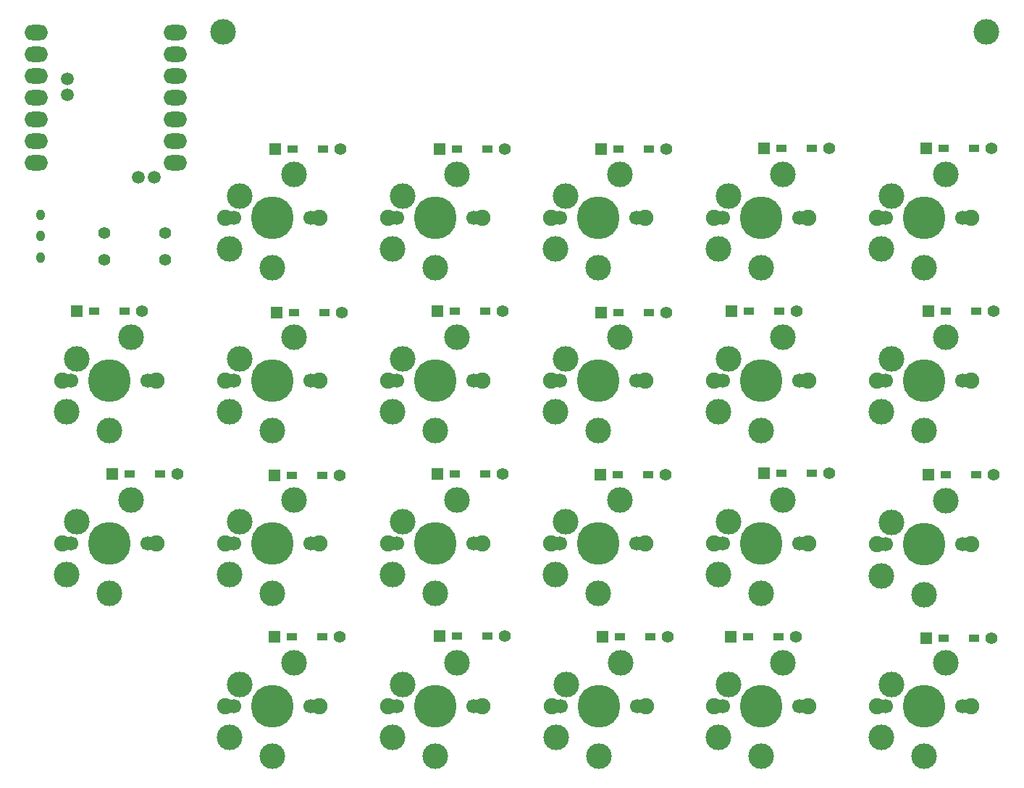
<source format=gbr>
%TF.GenerationSoftware,KiCad,Pcbnew,8.0.7*%
%TF.CreationDate,2025-02-20T17:21:25+09:00*%
%TF.ProjectId,cool642az1uball_R,636f6f6c-3634-4326-917a-317562616c6c,rev?*%
%TF.SameCoordinates,Original*%
%TF.FileFunction,Soldermask,Top*%
%TF.FilePolarity,Negative*%
%FSLAX46Y46*%
G04 Gerber Fmt 4.6, Leading zero omitted, Abs format (unit mm)*
G04 Created by KiCad (PCBNEW 8.0.7) date 2025-02-20 17:21:25*
%MOMM*%
%LPD*%
G01*
G04 APERTURE LIST*
%ADD10R,1.397000X1.397000*%
%ADD11R,1.300000X0.950000*%
%ADD12C,1.397000*%
%ADD13C,1.900000*%
%ADD14C,1.700000*%
%ADD15C,3.000000*%
%ADD16C,5.000000*%
%ADD17O,1.000000X1.300000*%
%ADD18O,2.750000X1.800000*%
%ADD19C,1.500000*%
G04 APERTURE END LIST*
D10*
%TO.C,D7*%
X19340000Y-30010000D03*
D11*
X21375000Y-30010000D03*
X24925000Y-30010000D03*
D12*
X26960000Y-30010000D03*
%TD*%
D10*
%TO.C,D11*%
X38370000Y-30100000D03*
D11*
X40405000Y-30100000D03*
X43955000Y-30100000D03*
D12*
X45990000Y-30100000D03*
%TD*%
D13*
%TO.C,SW1*%
X-5500000Y0D03*
D14*
X-5080000Y0D03*
D15*
X-5000000Y-3700000D03*
D14*
X-4500000Y0D03*
D15*
X-3810000Y2540000D03*
D16*
X0Y0D03*
D15*
X0Y-5900000D03*
X2540000Y5080000D03*
D14*
X4500000Y0D03*
X5080000Y0D03*
D13*
X5500000Y0D03*
%TD*%
D10*
%TO.C,D20*%
X76510000Y-49200000D03*
D11*
X78545000Y-49200000D03*
X82095000Y-49200000D03*
D12*
X84130000Y-49200000D03*
%TD*%
D13*
%TO.C,SW8*%
X-24550000Y-38100000D03*
D14*
X-24130000Y-38100000D03*
D15*
X-24050000Y-41800000D03*
D14*
X-23550000Y-38100000D03*
D15*
X-22860000Y-35560000D03*
D16*
X-19050000Y-38100000D03*
D15*
X-19050000Y-44000000D03*
X-16510000Y-33020000D03*
D14*
X-14550000Y-38100000D03*
X-13970000Y-38100000D03*
D13*
X-13550000Y-38100000D03*
%TD*%
D10*
%TO.C,D13*%
X57500000Y8140000D03*
D11*
X59535000Y8140000D03*
X63085000Y8140000D03*
D12*
X65120000Y8140000D03*
%TD*%
D13*
%TO.C,SW16*%
X13550000Y-57150000D03*
D14*
X13970000Y-57150000D03*
D15*
X14050000Y-60850000D03*
D14*
X14550000Y-57150000D03*
D15*
X15240000Y-54610000D03*
D16*
X19050000Y-57150000D03*
D15*
X19050000Y-63050000D03*
X21590000Y-52070000D03*
D14*
X23550000Y-57150000D03*
X24130000Y-57150000D03*
D13*
X24550000Y-57150000D03*
%TD*%
D17*
%TO.C,SW21*%
X-27070000Y-4670000D03*
X-27070000Y-2170000D03*
X-27070000Y330000D03*
%TD*%
D13*
%TO.C,SW13*%
X51650000Y0D03*
D14*
X52070000Y0D03*
D15*
X52150000Y-3700000D03*
D14*
X52650000Y0D03*
D15*
X53340000Y2540000D03*
D16*
X57150000Y0D03*
D15*
X57150000Y-5900000D03*
X59690000Y5080000D03*
D14*
X61650000Y0D03*
X62230000Y0D03*
D13*
X62650000Y0D03*
%TD*%
D10*
%TO.C,D15*%
X57500000Y-29950000D03*
D11*
X59535000Y-29950000D03*
X63085000Y-29950000D03*
D12*
X65120000Y-29950000D03*
%TD*%
D10*
%TO.C,D1*%
X350000Y8000000D03*
D11*
X2385000Y8000000D03*
X5935000Y8000000D03*
D12*
X7970000Y8000000D03*
%TD*%
D10*
%TO.C,D9*%
X38490000Y8000000D03*
D11*
X40525000Y8000000D03*
X44075000Y8000000D03*
D12*
X46110000Y8000000D03*
%TD*%
D10*
%TO.C,D17*%
X76480000Y8060000D03*
D11*
X78515000Y8060000D03*
X82065000Y8060000D03*
D12*
X84100000Y8060000D03*
%TD*%
D10*
%TO.C,D4*%
X-22850000Y-10950000D03*
D11*
X-20815000Y-10950000D03*
X-17265000Y-10950000D03*
D12*
X-15230000Y-10950000D03*
%TD*%
%TO.C,R1*%
X-19632000Y-1788480D03*
X-12520000Y-1788480D03*
%TD*%
D10*
%TO.C,D16*%
X19570000Y-48970000D03*
D11*
X21605000Y-48970000D03*
X25155000Y-48970000D03*
D12*
X27190000Y-48970000D03*
%TD*%
D10*
%TO.C,D21*%
X38660000Y-49030000D03*
D11*
X40695000Y-49030000D03*
X44245000Y-49030000D03*
D12*
X46280000Y-49030000D03*
%TD*%
D13*
%TO.C,SW17*%
X70700000Y0D03*
D14*
X71120000Y0D03*
D15*
X71200000Y-3700000D03*
D14*
X71700000Y0D03*
D15*
X72390000Y2540000D03*
D16*
X76200000Y0D03*
D15*
X76200000Y-5900000D03*
X78740000Y5080000D03*
D14*
X80700000Y0D03*
X81280000Y0D03*
D13*
X81700000Y0D03*
%TD*%
D10*
%TO.C,D3*%
X295000Y-30130000D03*
D11*
X2330000Y-30130000D03*
X5880000Y-30130000D03*
D12*
X7915000Y-30130000D03*
%TD*%
D10*
%TO.C,D19*%
X76740000Y-30110000D03*
D11*
X78775000Y-30110000D03*
X82325000Y-30110000D03*
D12*
X84360000Y-30110000D03*
%TD*%
D13*
%TO.C,SW11*%
X32600000Y-38100000D03*
D14*
X33020000Y-38100000D03*
D15*
X33100000Y-41800000D03*
D14*
X33600000Y-38100000D03*
D15*
X34290000Y-35560000D03*
D16*
X38100000Y-38100000D03*
D15*
X38100000Y-44000000D03*
X40640000Y-33020000D03*
D14*
X42600000Y-38100000D03*
X43180000Y-38100000D03*
D13*
X43600000Y-38100000D03*
%TD*%
%TO.C,SW23*%
X51650000Y-57150000D03*
D14*
X52070000Y-57150000D03*
D15*
X52150000Y-60850000D03*
D14*
X52650000Y-57150000D03*
D15*
X53340000Y-54610000D03*
D16*
X57150000Y-57150000D03*
D15*
X57150000Y-63050000D03*
X59690000Y-52070000D03*
D14*
X61650000Y-57150000D03*
X62230000Y-57150000D03*
D13*
X62650000Y-57150000D03*
%TD*%
%TO.C,SW12*%
X-5500000Y-57150000D03*
D14*
X-5080000Y-57150000D03*
D15*
X-5000000Y-60850000D03*
D14*
X-4500000Y-57150000D03*
D15*
X-3810000Y-54610000D03*
D16*
X0Y-57150000D03*
D15*
X0Y-63050000D03*
X2540000Y-52070000D03*
D14*
X4500000Y-57150000D03*
X5080000Y-57150000D03*
D13*
X5500000Y-57150000D03*
%TD*%
%TO.C,SW19*%
X70700000Y-38200000D03*
D14*
X71120000Y-38200000D03*
D15*
X71200000Y-41900000D03*
D14*
X71700000Y-38200000D03*
D15*
X72390000Y-35660000D03*
D16*
X76200000Y-38200000D03*
D15*
X76200000Y-44100000D03*
X78740000Y-33120000D03*
D14*
X80700000Y-38200000D03*
X81280000Y-38200000D03*
D13*
X81700000Y-38200000D03*
%TD*%
%TO.C,SW20*%
X70700000Y-57150000D03*
D14*
X71120000Y-57150000D03*
D15*
X71200000Y-60850000D03*
D14*
X71700000Y-57150000D03*
D15*
X72390000Y-54610000D03*
D16*
X76200000Y-57150000D03*
D15*
X76200000Y-63050000D03*
X78740000Y-52070000D03*
D14*
X80700000Y-57150000D03*
X81280000Y-57150000D03*
D13*
X81700000Y-57150000D03*
%TD*%
D10*
%TO.C,D10*%
X38430000Y-11150000D03*
D11*
X40465000Y-11150000D03*
X44015000Y-11150000D03*
D12*
X46050000Y-11150000D03*
%TD*%
%TO.C,R2*%
X-19632000Y-4940000D03*
X-12520000Y-4940000D03*
%TD*%
D13*
%TO.C,SW7*%
X13550000Y-38100000D03*
D14*
X13970000Y-38100000D03*
D15*
X14050000Y-41800000D03*
D14*
X14550000Y-38100000D03*
D15*
X15240000Y-35560000D03*
D16*
X19050000Y-38100000D03*
D15*
X19050000Y-44000000D03*
X21590000Y-33020000D03*
D14*
X23550000Y-38100000D03*
X24130000Y-38100000D03*
D13*
X24550000Y-38100000D03*
%TD*%
D10*
%TO.C,D22*%
X53590000Y-49060000D03*
D11*
X55625000Y-49060000D03*
X59175000Y-49060000D03*
D12*
X61210000Y-49060000D03*
%TD*%
D13*
%TO.C,SW10*%
X32600000Y-19050000D03*
D14*
X33020000Y-19050000D03*
D15*
X33100000Y-22750000D03*
D14*
X33600000Y-19050000D03*
D15*
X34290000Y-16510000D03*
D16*
X38100000Y-19050000D03*
D15*
X38100000Y-24950000D03*
X40640000Y-13970000D03*
D14*
X42600000Y-19050000D03*
X43180000Y-19050000D03*
D13*
X43600000Y-19050000D03*
%TD*%
D10*
%TO.C,D2*%
X500000Y-11080000D03*
D11*
X2535000Y-11080000D03*
X6085000Y-11080000D03*
D12*
X8120000Y-11080000D03*
%TD*%
D10*
%TO.C,D6*%
X19340000Y-10980000D03*
D11*
X21375000Y-10980000D03*
X24925000Y-10980000D03*
D12*
X26960000Y-10980000D03*
%TD*%
D13*
%TO.C,SW5*%
X13550000Y0D03*
D14*
X13970000Y0D03*
D15*
X14050000Y-3700000D03*
D14*
X14550000Y0D03*
D15*
X15240000Y2540000D03*
D16*
X19050000Y0D03*
D15*
X19050000Y-5900000D03*
X21590000Y5080000D03*
D14*
X23550000Y0D03*
X24130000Y0D03*
D13*
X24550000Y0D03*
%TD*%
%TO.C,SW6*%
X13550000Y-19050000D03*
D14*
X13970000Y-19050000D03*
D15*
X14050000Y-22750000D03*
D14*
X14550000Y-19050000D03*
D15*
X15240000Y-16510000D03*
D16*
X19050000Y-19050000D03*
D15*
X19050000Y-24950000D03*
X21590000Y-13970000D03*
D14*
X23550000Y-19050000D03*
X24130000Y-19050000D03*
D13*
X24550000Y-19050000D03*
%TD*%
%TO.C,SW9*%
X32600000Y0D03*
D14*
X33020000Y0D03*
D15*
X33100000Y-3700000D03*
D14*
X33600000Y0D03*
D15*
X34290000Y2540000D03*
D16*
X38100000Y0D03*
D15*
X38100000Y-5900000D03*
X40640000Y5080000D03*
D14*
X42600000Y0D03*
X43180000Y0D03*
D13*
X43600000Y0D03*
%TD*%
%TO.C,SW4*%
X-24550000Y-19050000D03*
D14*
X-24130000Y-19050000D03*
D15*
X-24050000Y-22750000D03*
D14*
X-23550000Y-19050000D03*
D15*
X-22860000Y-16510000D03*
D16*
X-19050000Y-19050000D03*
D15*
X-19050000Y-24950000D03*
X-16510000Y-13970000D03*
D14*
X-14550000Y-19050000D03*
X-13970000Y-19050000D03*
D13*
X-13550000Y-19050000D03*
%TD*%
%TO.C,SW22*%
X32700000Y-57150000D03*
D14*
X33120000Y-57150000D03*
D15*
X33200000Y-60850000D03*
D14*
X33700000Y-57150000D03*
D15*
X34390000Y-54610000D03*
D16*
X38200000Y-57150000D03*
D15*
X38200000Y-63050000D03*
X40740000Y-52070000D03*
D14*
X42700000Y-57150000D03*
X43280000Y-57150000D03*
D13*
X43700000Y-57150000D03*
%TD*%
D10*
%TO.C,D8*%
X-18680000Y-29980000D03*
D11*
X-16645000Y-29980000D03*
X-13095000Y-29980000D03*
D12*
X-11060000Y-29980000D03*
%TD*%
D15*
%TO.C,BT1*%
X-5730000Y21730000D03*
X83540000Y21770000D03*
%TD*%
D10*
%TO.C,D14*%
X53680000Y-10930000D03*
D11*
X55715000Y-10930000D03*
X59265000Y-10930000D03*
D12*
X61300000Y-10930000D03*
%TD*%
D10*
%TO.C,D12*%
X300000Y-49060000D03*
D11*
X2335000Y-49060000D03*
X5885000Y-49060000D03*
D12*
X7920000Y-49060000D03*
%TD*%
D10*
%TO.C,D5*%
X19600000Y8040000D03*
D11*
X21635000Y8040000D03*
X25185000Y8040000D03*
D12*
X27220000Y8040000D03*
%TD*%
D13*
%TO.C,SW2*%
X-5500000Y-19050000D03*
D14*
X-5080000Y-19050000D03*
D15*
X-5000000Y-22750000D03*
D14*
X-4500000Y-19050000D03*
D15*
X-3810000Y-16510000D03*
D16*
X0Y-19050000D03*
D15*
X0Y-24950000D03*
X2540000Y-13970000D03*
D14*
X4500000Y-19050000D03*
X5080000Y-19050000D03*
D13*
X5500000Y-19050000D03*
%TD*%
%TO.C,SW18*%
X70700000Y-19050000D03*
D14*
X71120000Y-19050000D03*
D15*
X71200000Y-22750000D03*
D14*
X71700000Y-19050000D03*
D15*
X72390000Y-16510000D03*
D16*
X76200000Y-19050000D03*
D15*
X76200000Y-24950000D03*
X78740000Y-13970000D03*
D14*
X80700000Y-19050000D03*
X81280000Y-19050000D03*
D13*
X81700000Y-19050000D03*
%TD*%
%TO.C,SW14*%
X51650000Y-19050000D03*
D14*
X52070000Y-19050000D03*
D15*
X52150000Y-22750000D03*
D14*
X52650000Y-19050000D03*
D15*
X53340000Y-16510000D03*
D16*
X57150000Y-19050000D03*
D15*
X57150000Y-24950000D03*
X59690000Y-13970000D03*
D14*
X61650000Y-19050000D03*
X62230000Y-19050000D03*
D13*
X62650000Y-19050000D03*
%TD*%
D10*
%TO.C,D18*%
X76730000Y-10920000D03*
D11*
X78765000Y-10920000D03*
X82315000Y-10920000D03*
D12*
X84350000Y-10920000D03*
%TD*%
D13*
%TO.C,SW15*%
X51650000Y-38100000D03*
D14*
X52070000Y-38100000D03*
D15*
X52150000Y-41800000D03*
D14*
X52650000Y-38100000D03*
D15*
X53340000Y-35560000D03*
D16*
X57150000Y-38100000D03*
D15*
X57150000Y-44000000D03*
X59690000Y-33020000D03*
D14*
X61650000Y-38100000D03*
X62230000Y-38100000D03*
D13*
X62650000Y-38100000D03*
%TD*%
D18*
%TO.C,U1*%
X-27590000Y21650000D03*
X-27590000Y19110000D03*
X-27590000Y16570000D03*
X-27590000Y14030000D03*
X-27590000Y11490000D03*
X-27590000Y8950000D03*
X-27590000Y6410000D03*
X-11350000Y6410000D03*
X-11350000Y8950000D03*
X-11350000Y11490000D03*
X-11350000Y14030000D03*
X-11350000Y16570000D03*
X-11350000Y19110000D03*
X-11350000Y21650000D03*
D19*
X-15634600Y4718000D03*
X-13755000Y4718000D03*
X-23915000Y14347000D03*
X-23915000Y16252000D03*
%TD*%
D13*
%TO.C,SW3*%
X-5500000Y-38100000D03*
D14*
X-5080000Y-38100000D03*
D15*
X-5000000Y-41800000D03*
D14*
X-4500000Y-38100000D03*
D15*
X-3810000Y-35560000D03*
D16*
X0Y-38100000D03*
D15*
X0Y-44000000D03*
X2540000Y-33020000D03*
D14*
X4500000Y-38100000D03*
X5080000Y-38100000D03*
D13*
X5500000Y-38100000D03*
%TD*%
M02*

</source>
